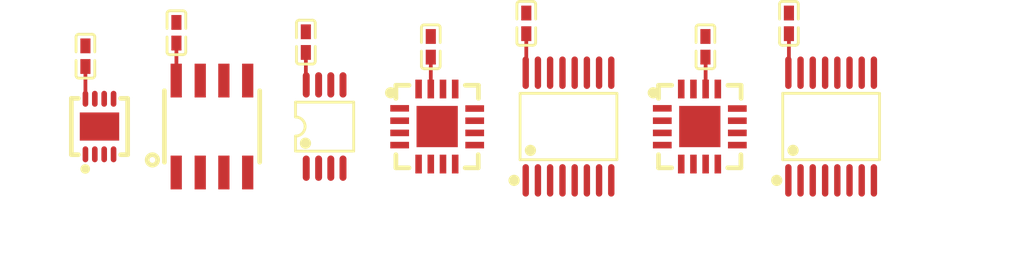
<source format=kicad_pcb>
(kicad_pcb (version 20241229) (generator "pcbnew") (generator_version "9.0")
  (layers (0 "F.Cu" signal) (2 "B.Cu" signal) (13 "F.Paste" user) (15 "B.Paste" user) (5 "F.SilkS" user "F.Silkscreen") (7 "B.SilkS" user "B.Silkscreen") (1 "F.Mask" user) (3 "B.Mask" user) (25 "Edge.Cuts" user))
  (net 0 "")
  (net 1 "gnd")
  (net 2 "io[1]-3")
  (net 3 "io[3]-3")
  (net 4 "io[4]-3")
  (net 5 "io[1]-2")
  (net 6 "io[4]-2")
  (net 7 "io[5]-2")
  (net 8 "io[0]-5")
  (net 9 "io[7]")
  (net 10 "io[3]-4")
  (net 11 "io[7]-3")
  (net 12 "io[3]-6")
  (net 13 "io[2]")
  (net 14 "io[6]-3")
  (net 15 "io[3]-1")
  (net 16 "io[6]-2")
  (net 17 "scl")
  (net 18 "io[1]-4")
  (net 19 "io[5]-1")
  (net 20 "io[3]")
  (net 21 "io[1]")
  (net 22 "io[6]")
  (net 23 "io[4]-1")
  (net 24 "io[0]-4")
  (net 25 "io[3]-2")
  (net 26 "io[2]-4")
  (net 27 "io[7]-2")
  (net 28 "io[5]")
  (net 29 "io[0]")
  (net 30 "io[0]-6")
  (net 31 "io[2]-3")
  (net 32 "io[2]-6")
  (net 33 "io[1]-5")
  (net 34 "io[3]-5")
  (net 35 "io[6]-1")
  (net 36 "io[1]-1")
  (net 37 "interrupt-1")
  (net 38 "interrupt-2")
  (net 39 "io[4]")
  (net 40 "io[2]-2")
  (net 41 "sda")
  (net 42 "io[7]-1")
  (net 43 "io[0]-1")
  (net 44 "io[1]-6")
  (net 45 "interrupt")
  (net 46 "io[5]-3")
  (net 47 "io[2]-1")
  (net 48 "io[0]-2")
  (net 49 "io[0]-3")
  (net 50 "io[2]-5")
  (net 51 "interrupt-3")
  (net 52 "vdd")
  (footprint "NXP_Semicon_PCA9554APW_118:TSSOP-16_L5.0-W4.4-P0.65-LS6.4-BL" (layer "F.Cu") (at 39 0 0)
    (property "Reference" "U7" (hide yes))
    (property "Value" "")
    (fp_line (start -2.58 1.77) (end -2.58 -1.77) (stroke (width 0.15)) (layer "F.SilkS"))
    (fp_line (start -2.58 -1.77) (end 2.58 -1.77) (stroke (width 0.15)) (layer "F.SilkS"))
    (fp_line (start 2.58 -1.77) (end 2.58 1.77) (stroke (width 0.15)) (layer "F.SilkS"))
    (fp_line (start 2.58 1.77) (end -2.58 1.77) (stroke (width 0.15)) (layer "F.SilkS"))
    (fp_circle (center -2.03 1.27) (end -1.88 1.27) (stroke (width 0.3)) (fill no) (layer "F.SilkS"))
    (fp_circle (center -2.9 2.87) (end -2.75 2.87) (stroke (width 0.3)) (fill no) (layer "F.SilkS"))
    (pad "1" smd oval (at -2.28 2.87 0) (size 0.34 1.73) (layers "F.Cu" "F.Paste" "F.Mask") (net 1 "gnd"))
    (pad "2" smd oval (at -1.63 2.87 0) (size 0.34 1.73) (layers "F.Cu" "F.Paste" "F.Mask") (net 1 "gnd"))
    (pad "3" smd oval (at -0.98 2.87 0) (size 0.34 1.73) (layers "F.Cu" "F.Paste" "F.Mask") (net 1 "gnd"))
    (pad "4" smd oval (at -0.32 2.87 0) (size 0.34 1.73) (layers "F.Cu" "F.Paste" "F.Mask") (net 8 "io[0]-5"))
    (pad "5" smd oval (at 0.33 2.87 0) (size 0.34 1.73) (layers "F.Cu" "F.Paste" "F.Mask") (net 36 "io[1]-1"))
    (pad "6" smd oval (at 0.98 2.87 0) (size 0.34 1.73) (layers "F.Cu" "F.Paste" "F.Mask") (net 26 "io[2]-4"))
    (pad "7" smd oval (at 1.63 2.87 0) (size 0.34 1.73) (layers "F.Cu" "F.Paste" "F.Mask") (net 12 "io[3]-6"))
    (pad "8" smd oval (at 2.28 2.87 0) (size 0.34 1.73) (layers "F.Cu" "F.Paste" "F.Mask") (net 1 "gnd"))
    (pad "16" smd oval (at -2.28 -2.87 0) (size 0.34 1.73) (layers "F.Cu" "F.Paste" "F.Mask") (net 52 "vdd"))
    (pad "15" smd oval (at -1.63 -2.87 0) (size 0.34 1.73) (layers "F.Cu" "F.Paste" "F.Mask") (net 41 "sda"))
    (pad "14" smd oval (at -0.98 -2.87 0) (size 0.34 1.73) (layers "F.Cu" "F.Paste" "F.Mask") (net 17 "scl"))
    (pad "13" smd oval (at -0.32 -2.87 0) (size 0.34 1.73) (layers "F.Cu" "F.Paste" "F.Mask") (net 38 "interrupt-2"))
    (pad "12" smd oval (at 0.33 -2.87 0) (size 0.34 1.73) (layers "F.Cu" "F.Paste" "F.Mask") (net 11 "io[7]-3"))
    (pad "11" smd oval (at 0.98 -2.87 0) (size 0.34 1.73) (layers "F.Cu" "F.Paste" "F.Mask") (net 16 "io[6]-2"))
    (pad "10" smd oval (at 1.63 -2.87 0) (size 0.34 1.73) (layers "F.Cu" "F.Paste" "F.Mask") (net 19 "io[5]-1"))
    (pad "9" smd oval (at 2.28 -2.87 0) (size 0.34 1.73) (layers "F.Cu" "F.Paste" "F.Mask") (net 23 "io[4]-1"))
  )
  (footprint "Samsung_Electro_Mechanics_CL05B104KO5NNNC:C0402" (layer "F.Cu") (at -0.75 -3.75 90)
    (property "Reference" "C1" (hide yes))
    (property "Value" "100nF ±10% 16V X7R")
    (fp_line (start 1.02 -0.5) (end 0.23 -0.5) (stroke (width 0.15)) (layer "F.SilkS"))
    (fp_line (start 0.23 0.5) (end 1.02 0.5) (stroke (width 0.15)) (layer "F.SilkS"))
    (fp_line (start 1.17 0.35) (end 1.17 -0.35) (stroke (width 0.15)) (layer "F.SilkS"))
    (fp_line (start -1.02 -0.5) (end -0.23 -0.5) (stroke (width 0.15)) (layer "F.SilkS"))
    (fp_line (start -0.23 0.5) (end -1.02 0.5) (stroke (width 0.15)) (layer "F.SilkS"))
    (fp_line (start -1.17 0.35) (end -1.17 -0.35) (stroke (width 0.15)) (layer "F.SilkS"))
    (fp_arc (start 1.17 0.35) (mid 1.1260660171779822 0.456066017177982) (end 1.02 0.4999999999999999) (stroke (width 0.15)) (layer "F.SilkS"))
    (fp_arc (start 1.02 -0.5) (mid 1.1260660171779822 -0.4560660171779821) (end 1.17 -0.35) (stroke (width 0.15)) (layer "F.SilkS"))
    (fp_arc (start -1.17 0.35) (mid -1.1260660171779822 0.456066017177982) (end -1.02 0.4999999999999999) (stroke (width 0.15)) (layer "F.SilkS"))
    (fp_arc (start -1.02 -0.5) (mid -1.1260660171779822 -0.4560660171779821) (end -1.17 -0.35) (stroke (width 0.15)) (layer "F.SilkS"))
    (pad "2" smd rect (at 0.55 0 90) (size 0.79 0.54) (layers "F.Cu" "F.Paste" "F.Mask") (net 1 "gnd"))
    (pad "1" smd rect (at -0.55 0 90) (size 0.79 0.54) (layers "F.Cu" "F.Paste" "F.Mask") (net 52 "vdd"))
  )
  (footprint "NXP_Semicon_PCA9536TK_118:HVSON-8_L3.0-W3.0-P0.50-BL-EP" (layer "F.Cu") (at 0 0 0)
    (property "Reference" "U1" (hide yes))
    (property "Value" "")
    (fp_line (start 1.5 -1.5) (end 1.5 1.5) (stroke (width 0.25)) (layer "F.SilkS"))
    (fp_line (start -1.5 1.5) (end -1.5 -1.5) (stroke (width 0.25)) (layer "F.SilkS"))
    (fp_line (start -1.5 -1.5) (end -1.13 -1.5) (stroke (width 0.25)) (layer "F.SilkS"))
    (fp_line (start 1.13 -1.5) (end 1.5 -1.5) (stroke (width 0.25)) (layer "F.SilkS"))
    (fp_line (start -1.5 1.5) (end -1.13 1.5) (stroke (width 0.25)) (layer "F.SilkS"))
    (fp_line (start 1.13 1.5) (end 1.5 1.5) (stroke (width 0.25)) (layer "F.SilkS"))
    (fp_circle (center -0.76 2.26) (end -0.63 2.26) (stroke (width 0.25)) (fill no) (layer "F.SilkS"))
    (pad "1" smd oval (at -0.75 1.48 0) (size 0.3 0.85) (layers "F.Cu" "F.Paste" "F.Mask") (net 24 "io[0]-4"))
    (pad "2" smd oval (at -0.25 1.48 0) (size 0.3 0.85) (layers "F.Cu" "F.Paste" "F.Mask") (net 44 "io[1]-6"))
    (pad "3" smd oval (at 0.25 1.48 0) (size 0.3 0.85) (layers "F.Cu" "F.Paste" "F.Mask") (net 13 "io[2]"))
    (pad "4" smd oval (at 0.75 1.48 0) (size 0.3 0.85) (layers "F.Cu" "F.Paste" "F.Mask") (net 1 "gnd"))
    (pad "5" smd oval (at 0.75 -1.48 180) (size 0.3 0.85) (layers "F.Cu" "F.Paste" "F.Mask") (net 20 "io[3]"))
    (pad "6" smd oval (at 0.25 -1.48 180) (size 0.3 0.85) (layers "F.Cu" "F.Paste" "F.Mask") (net 17 "scl"))
    (pad "7" smd oval (at -0.25 -1.48 180) (size 0.3 0.85) (layers "F.Cu" "F.Paste" "F.Mask") (net 41 "sda"))
    (pad "8" smd oval (at -0.75 -1.48 180) (size 0.3 0.85) (layers "F.Cu" "F.Paste" "F.Mask") (net 52 "vdd"))
    (pad "9" smd rect (at 0 0 0) (size 2.1 1.5) (layers "F.Cu" "F.Paste" "F.Mask") (net 1 "gnd"))
  )
  (footprint "NXP_Semicon_PCA9536DP_118:TSSOP-8_L3.0-W3.0-P0.65-LS4.9-BL" (layer "F.Cu") (at 12 0 0)
    (property "Reference" "U3" (hide yes))
    (property "Value" "")
    (fp_line (start 1.55 -1.3) (end 1.55 1.31) (stroke (width 0.15)) (layer "F.SilkS"))
    (fp_line (start -1.55 0.51) (end -1.55 1.31) (stroke (width 0.15)) (layer "F.SilkS"))
    (fp_line (start -1.55 -1.3) (end -1.55 -0.51) (stroke (width 0.15)) (layer "F.SilkS"))
    (fp_line (start -1.55 1.31) (end 1.55 1.31) (stroke (width 0.15)) (layer "F.SilkS"))
    (fp_line (start -1.55 -1.3) (end 1.55 -1.3) (stroke (width 0.15)) (layer "F.SilkS"))
    (fp_arc (start -1.55 -0.51) (mid -1.04 -3.1228493378257505e-17) (end -1.55 0.51) (stroke (width 0.15)) (layer "F.SilkS"))
    (fp_circle (center -1.02 0.89) (end -0.87 0.89) (stroke (width 0.3)) (fill no) (layer "F.SilkS"))
    (pad "1" smd oval (at -0.98 2.22 0) (size 0.37 1.35) (layers "F.Cu" "F.Paste" "F.Mask") (net 48 "io[0]-2"))
    (pad "2" smd oval (at -0.32 2.22 0) (size 0.37 1.35) (layers "F.Cu" "F.Paste" "F.Mask") (net 2 "io[1]-3"))
    (pad "3" smd oval (at 0.33 2.22 0) (size 0.37 1.35) (layers "F.Cu" "F.Paste" "F.Mask") (net 50 "io[2]-5"))
    (pad "4" smd oval (at 0.98 2.22 0) (size 0.37 1.35) (layers "F.Cu" "F.Paste" "F.Mask") (net 1 "gnd"))
    (pad "8" smd oval (at -0.98 -2.22 0) (size 0.37 1.35) (layers "F.Cu" "F.Paste" "F.Mask") (net 52 "vdd"))
    (pad "7" smd oval (at -0.32 -2.22 0) (size 0.37 1.35) (layers "F.Cu" "F.Paste" "F.Mask") (net 41 "sda"))
    (pad "6" smd oval (at 0.33 -2.22 0) (size 0.37 1.35) (layers "F.Cu" "F.Paste" "F.Mask") (net 17 "scl"))
    (pad "5" smd oval (at 0.98 -2.22 0) (size 0.37 1.35) (layers "F.Cu" "F.Paste" "F.Mask") (net 3 "io[3]-3"))
  )
  (footprint "Samsung_Electro_Mechanics_CL05B104KO5NNNC:C0402" (layer "F.Cu") (at 4.1 -5 90)
    (property "Reference" "C2" (hide yes))
    (property "Value" "100nF ±10% 16V X7R")
    (fp_line (start 1.02 -0.5) (end 0.23 -0.5) (stroke (width 0.15)) (layer "F.SilkS"))
    (fp_line (start 0.23 0.5) (end 1.02 0.5) (stroke (width 0.15)) (layer "F.SilkS"))
    (fp_line (start 1.17 0.35) (end 1.17 -0.35) (stroke (width 0.15)) (layer "F.SilkS"))
    (fp_line (start -1.02 -0.5) (end -0.23 -0.5) (stroke (width 0.15)) (layer "F.SilkS"))
    (fp_line (start -0.23 0.5) (end -1.02 0.5) (stroke (width 0.15)) (layer "F.SilkS"))
    (fp_line (start -1.17 0.35) (end -1.17 -0.35) (stroke (width 0.15)) (layer "F.SilkS"))
    (fp_arc (start 1.17 0.35) (mid 1.1260660171779822 0.456066017177982) (end 1.02 0.4999999999999999) (stroke (width 0.15)) (layer "F.SilkS"))
    (fp_arc (start 1.02 -0.5) (mid 1.1260660171779822 -0.4560660171779821) (end 1.17 -0.35) (stroke (width 0.15)) (layer "F.SilkS"))
    (fp_arc (start -1.17 0.35) (mid -1.1260660171779822 0.456066017177982) (end -1.02 0.4999999999999999) (stroke (width 0.15)) (layer "F.SilkS"))
    (fp_arc (start -1.02 -0.5) (mid -1.1260660171779822 -0.4560660171779821) (end -1.17 -0.35) (stroke (width 0.15)) (layer "F.SilkS"))
    (pad "2" smd rect (at 0.55 0 90) (size 0.79 0.54) (layers "F.Cu" "F.Paste" "F.Mask") (net 1 "gnd"))
    (pad "1" smd rect (at -0.55 0 90) (size 0.79 0.54) (layers "F.Cu" "F.Paste" "F.Mask") (net 52 "vdd"))
  )
  (footprint "Samsung_Electro_Mechanics_CL05B104KO5NNNC:C0402" (layer "F.Cu") (at 36.75 -5.5 90)
    (property "Reference" "C7" (hide yes))
    (property "Value" "100nF ±10% 16V X7R")
    (fp_line (start 1.02 -0.5) (end 0.23 -0.5) (stroke (width 0.15)) (layer "F.SilkS"))
    (fp_line (start 0.23 0.5) (end 1.02 0.5) (stroke (width 0.15)) (layer "F.SilkS"))
    (fp_line (start 1.17 0.35) (end 1.17 -0.35) (stroke (width 0.15)) (layer "F.SilkS"))
    (fp_line (start -1.02 -0.5) (end -0.23 -0.5) (stroke (width 0.15)) (layer "F.SilkS"))
    (fp_line (start -0.23 0.5) (end -1.02 0.5) (stroke (width 0.15)) (layer "F.SilkS"))
    (fp_line (start -1.17 0.35) (end -1.17 -0.35) (stroke (width 0.15)) (layer "F.SilkS"))
    (fp_arc (start 1.17 0.35) (mid 1.1260660171779822 0.456066017177982) (end 1.02 0.4999999999999999) (stroke (width 0.15)) (layer "F.SilkS"))
    (fp_arc (start 1.02 -0.5) (mid 1.1260660171779822 -0.4560660171779821) (end 1.17 -0.35) (stroke (width 0.15)) (layer "F.SilkS"))
    (fp_arc (start -1.17 0.35) (mid -1.1260660171779822 0.456066017177982) (end -1.02 0.4999999999999999) (stroke (width 0.15)) (layer "F.SilkS"))
    (fp_arc (start -1.02 -0.5) (mid -1.1260660171779822 -0.4560660171779821) (end -1.17 -0.35) (stroke (width 0.15)) (layer "F.SilkS"))
    (pad "2" smd rect (at 0.55 0 90) (size 0.79 0.54) (layers "F.Cu" "F.Paste" "F.Mask") (net 1 "gnd"))
    (pad "1" smd rect (at -0.55 0 90) (size 0.79 0.54) (layers "F.Cu" "F.Paste" "F.Mask") (net 52 "vdd"))
  )
  (footprint "Samsung_Electro_Mechanics_CL05B104KO5NNNC:C0402" (layer "F.Cu") (at 17.66 -4.25 90)
    (property "Reference" "C4" (hide yes))
    (property "Value" "100nF ±10% 16V X7R")
    (fp_line (start 1.02 -0.5) (end 0.23 -0.5) (stroke (width 0.15)) (layer "F.SilkS"))
    (fp_line (start 0.23 0.5) (end 1.02 0.5) (stroke (width 0.15)) (layer "F.SilkS"))
    (fp_line (start 1.17 0.35) (end 1.17 -0.35) (stroke (width 0.15)) (layer "F.SilkS"))
    (fp_line (start -1.02 -0.5) (end -0.23 -0.5) (stroke (width 0.15)) (layer "F.SilkS"))
    (fp_line (start -0.23 0.5) (end -1.02 0.5) (stroke (width 0.15)) (layer "F.SilkS"))
    (fp_line (start -1.17 0.35) (end -1.17 -0.35) (stroke (width 0.15)) (layer "F.SilkS"))
    (fp_arc (start 1.17 0.35) (mid 1.1260660171779822 0.456066017177982) (end 1.02 0.4999999999999999) (stroke (width 0.15)) (layer "F.SilkS"))
    (fp_arc (start 1.02 -0.5) (mid 1.1260660171779822 -0.4560660171779821) (end 1.17 -0.35) (stroke (width 0.15)) (layer "F.SilkS"))
    (fp_arc (start -1.17 0.35) (mid -1.1260660171779822 0.456066017177982) (end -1.02 0.4999999999999999) (stroke (width 0.15)) (layer "F.SilkS"))
    (fp_arc (start -1.02 -0.5) (mid -1.1260660171779822 -0.4560660171779821) (end -1.17 -0.35) (stroke (width 0.15)) (layer "F.SilkS"))
    (pad "2" smd rect (at 0.55 0 90) (size 0.79 0.54) (layers "F.Cu" "F.Paste" "F.Mask") (net 1 "gnd"))
    (pad "1" smd rect (at -0.55 0 90) (size 0.79 0.54) (layers "F.Cu" "F.Paste" "F.Mask") (net 52 "vdd"))
  )
  (footprint "Samsung_Electro_Mechanics_CL05B104KO5NNNC:C0402" (layer "F.Cu") (at 11 -4.5 90)
    (property "Reference" "C3" (hide yes))
    (property "Value" "100nF ±10% 16V X7R")
    (fp_line (start 1.02 -0.5) (end 0.23 -0.5) (stroke (width 0.15)) (layer "F.SilkS"))
    (fp_line (start 0.23 0.5) (end 1.02 0.5) (stroke (width 0.15)) (layer "F.SilkS"))
    (fp_line (start 1.17 0.35) (end 1.17 -0.35) (stroke (width 0.15)) (layer "F.SilkS"))
    (fp_line (start -1.02 -0.5) (end -0.23 -0.5) (stroke (width 0.15)) (layer "F.SilkS"))
    (fp_line (start -0.23 0.5) (end -1.02 0.5) (stroke (width 0.15)) (layer "F.SilkS"))
    (fp_line (start -1.17 0.35) (end -1.17 -0.35) (stroke (width 0.15)) (layer "F.SilkS"))
    (fp_arc (start 1.17 0.35) (mid 1.1260660171779822 0.456066017177982) (end 1.02 0.4999999999999999) (stroke (width 0.15)) (layer "F.SilkS"))
    (fp_arc (start 1.02 -0.5) (mid 1.1260660171779822 -0.4560660171779821) (end 1.17 -0.35) (stroke (width 0.15)) (layer "F.SilkS"))
    (fp_arc (start -1.17 0.35) (mid -1.1260660171779822 0.456066017177982) (end -1.02 0.4999999999999999) (stroke (width 0.15)) (layer "F.SilkS"))
    (fp_arc (start -1.02 -0.5) (mid -1.1260660171779822 -0.4560660171779821) (end -1.17 -0.35) (stroke (width 0.15)) (layer "F.SilkS"))
    (pad "2" smd rect (at 0.55 0 90) (size 0.79 0.54) (layers "F.Cu" "F.Paste" "F.Mask") (net 1 "gnd"))
    (pad "1" smd rect (at -0.55 0 90) (size 0.79 0.54) (layers "F.Cu" "F.Paste" "F.Mask") (net 52 "vdd"))
  )
  (footprint "Samsung_Electro_Mechanics_CL05B104KO5NNNC:C0402" (layer "F.Cu") (at 22.75 -5.5 90)
    (property "Reference" "C5" (hide yes))
    (property "Value" "100nF ±10% 16V X7R")
    (fp_line (start 1.02 -0.5) (end 0.23 -0.5) (stroke (width 0.15)) (layer "F.SilkS"))
    (fp_line (start 0.23 0.5) (end 1.02 0.5) (stroke (width 0.15)) (layer "F.SilkS"))
    (fp_line (start 1.17 0.35) (end 1.17 -0.35) (stroke (width 0.15)) (layer "F.SilkS"))
    (fp_line (start -1.02 -0.5) (end -0.23 -0.5) (stroke (width 0.15)) (layer "F.SilkS"))
    (fp_line (start -0.23 0.5) (end -1.02 0.5) (stroke (width 0.15)) (layer "F.SilkS"))
    (fp_line (start -1.17 0.35) (end -1.17 -0.35) (stroke (width 0.15)) (layer "F.SilkS"))
    (fp_arc (start 1.17 0.35) (mid 1.1260660171779822 0.456066017177982) (end 1.02 0.4999999999999999) (stroke (width 0.15)) (layer "F.SilkS"))
    (fp_arc (start 1.02 -0.5) (mid 1.1260660171779822 -0.4560660171779821) (end 1.17 -0.35) (stroke (width 0.15)) (layer "F.SilkS"))
    (fp_arc (start -1.17 0.35) (mid -1.1260660171779822 0.456066017177982) (end -1.02 0.4999999999999999) (stroke (width 0.15)) (layer "F.SilkS"))
    (fp_arc (start -1.02 -0.5) (mid -1.1260660171779822 -0.4560660171779821) (end -1.17 -0.35) (stroke (width 0.15)) (layer "F.SilkS"))
    (pad "2" smd rect (at 0.55 0 90) (size 0.79 0.54) (layers "F.Cu" "F.Paste" "F.Mask") (net 1 "gnd"))
    (pad "1" smd rect (at -0.55 0 90) (size 0.79 0.54) (layers "F.Cu" "F.Paste" "F.Mask") (net 52 "vdd"))
  )
  (footprint "NXP_Semicon_PCA9554ABS_118:HVQFN-16_L4.0-W4.0-P0.65-TL-EP2.2" (layer "F.Cu") (at 32 0 0)
    (property "Reference" "U6" (hide yes))
    (property "Value" "")
    (fp_line (start -2.2 -1.5) (end -2.2 -2.2) (stroke (width 0.25)) (layer "F.SilkS"))
    (fp_line (start -2.2 -2.2) (end -1.5 -2.2) (stroke (width 0.25)) (layer "F.SilkS"))
    (fp_line (start 2.2 -1.5) (end 2.2 -2.2) (stroke (width 0.25)) (layer "F.SilkS"))
    (fp_line (start 2.2 -2.2) (end 1.5 -2.2) (stroke (width 0.25)) (layer "F.SilkS"))
    (fp_line (start -2.2 1.5) (end -2.2 2.2) (stroke (width 0.25)) (layer "F.SilkS"))
    (fp_line (start -2.2 2.2) (end -1.5 2.2) (stroke (width 0.25)) (layer "F.SilkS"))
    (fp_line (start 1.49 2.2) (end 2.19 2.2) (stroke (width 0.25)) (layer "F.SilkS"))
    (fp_line (start 2.19 2.2) (end 2.19 1.5) (stroke (width 0.25)) (layer "F.SilkS"))
    (fp_arc (start -2.48 -1.8) (mid -2.48 -1.8) (end -2.48 -1.8) (stroke (width 0.3)) (layer "F.SilkS"))
    (pad "16" smd rect (at -0.99 -2 0) (size 0.35 1) (layers "F.Cu" "F.Paste" "F.Mask") (net 1 "gnd"))
    (pad "15" smd rect (at -0.34 -2 0) (size 0.35 1) (layers "F.Cu" "F.Paste" "F.Mask") (net 52 "vdd"))
    (pad "14" smd rect (at 0.31 -2 0) (size 0.35 1) (layers "F.Cu" "F.Paste" "F.Mask") (net 52 "vdd"))
    (pad "13" smd rect (at 0.96 -2 0) (size 0.35 1) (layers "F.Cu" "F.Paste" "F.Mask") (net 41 "sda"))
    (pad "5" smd rect (at -0.99 2 0) (size 0.35 1) (layers "F.Cu" "F.Paste" "F.Mask") (net 34 "io[3]-5"))
    (pad "6" smd rect (at -0.34 2 0) (size 0.35 1) (layers "F.Cu" "F.Paste" "F.Mask") (net 1 "gnd"))
    (pad "7" smd rect (at 0.31 2 0) (size 0.35 1) (layers "F.Cu" "F.Paste" "F.Mask") (net 39 "io[4]"))
    (pad "8" smd rect (at 0.96 2 0) (size 0.35 1) (layers "F.Cu" "F.Paste" "F.Mask") (net 28 "io[5]"))
    (pad "1" smd rect (at -2 -0.97 -90) (size 0.35 1) (layers "F.Cu" "F.Paste" "F.Mask") (net 1 "gnd"))
    (pad "2" smd rect (at -2 -0.31 -90) (size 0.35 1) (layers "F.Cu" "F.Paste" "F.Mask") (net 49 "io[0]-3"))
    (pad "3" smd rect (at -2 0.34 -90) (size 0.35 1) (layers "F.Cu" "F.Paste" "F.Mask") (net 18 "io[1]-4"))
    (pad "4" smd rect (at -2 0.99 -90) (size 0.35 1) (layers "F.Cu" "F.Paste" "F.Mask") (net 31 "io[2]-3"))
    (pad "9" smd rect (at 2 0.99 -90) (size 0.35 1) (layers "F.Cu" "F.Paste" "F.Mask") (net 22 "io[6]"))
    (pad "10" smd rect (at 2 0.34 -90) (size 0.35 1) (layers "F.Cu" "F.Paste" "F.Mask") (net 42 "io[7]-1"))
    (pad "11" smd rect (at 2 -0.31 -90) (size 0.35 1) (layers "F.Cu" "F.Paste" "F.Mask") (net 51 "interrupt-3"))
    (pad "12" smd rect (at 2 -0.96 -90) (size 0.35 1) (layers "F.Cu" "F.Paste" "F.Mask") (net 17 "scl"))
    (pad "17" smd rect (at 0 0 0) (size 2.2 2.2) (layers "F.Cu" "F.Paste" "F.Mask") (net 1 "gnd"))
  )
  (footprint "NXP_Semicon_PCA9536D_118:SO-8_L4.9-W3.9-P1.27-LS6.0-BL" (layer "F.Cu") (at 6 0 0)
    (property "Reference" "U2" (hide yes))
    (property "Value" "")
    (fp_line (start -2.54 -1.91) (end -2.54 1.9) (stroke (width 0.25)) (layer "F.SilkS"))
    (fp_line (start 2.54 -1.91) (end 2.54 1.9) (stroke (width 0.25)) (layer "F.SilkS"))
    (fp_circle (center -3.18 1.78) (end -2.9 1.78) (stroke (width 0.25)) (fill no) (layer "F.SilkS"))
    (pad "3" smd rect (at 0.63 2.45 0) (size 0.6 1.8) (layers "F.Cu" "F.Paste" "F.Mask") (net 40 "io[2]-2"))
    (pad "4" smd rect (at 1.9 2.45 0) (size 0.6 1.8) (layers "F.Cu" "F.Paste" "F.Mask") (net 1 "gnd"))
    (pad "2" smd rect (at -0.63 2.45 0) (size 0.6 1.8) (layers "F.Cu" "F.Paste" "F.Mask") (net 33 "io[1]-5"))
    (pad "1" smd rect (at -1.91 2.45 0) (size 0.6 1.8) (layers "F.Cu" "F.Paste" "F.Mask") (net 43 "io[0]-1"))
    (pad "5" smd rect (at 1.9 -2.45 180) (size 0.6 1.8) (layers "F.Cu" "F.Paste" "F.Mask") (net 15 "io[3]-1"))
    (pad "6" smd rect (at 0.63 -2.45 180) (size 0.6 1.8) (layers "F.Cu" "F.Paste" "F.Mask") (net 17 "scl"))
    (pad "7" smd rect (at -0.63 -2.45 180) (size 0.6 1.8) (layers "F.Cu" "F.Paste" "F.Mask") (net 41 "sda"))
    (pad "8" smd rect (at -1.91 -2.45 180) (size 0.6 1.8) (layers "F.Cu" "F.Paste" "F.Mask") (net 52 "vdd"))
  )
  (footprint "NXP_Semicon_PCA9554PW_118:TSSOP-16_L5.0-W4.4-P0.65-LS6.4-BL" (layer "F.Cu") (at 25 0 0)
    (property "Reference" "U5" (hide yes))
    (property "Value" "")
    (fp_line (start -2.58 1.77) (end -2.58 -1.77) (stroke (width 0.15)) (layer "F.SilkS"))
    (fp_line (start -2.58 -1.77) (end 2.58 -1.77) (stroke (width 0.15)) (layer "F.SilkS"))
    (fp_line (start 2.58 -1.77) (end 2.58 1.77) (stroke (width 0.15)) (layer "F.SilkS"))
    (fp_line (start 2.58 1.77) (end -2.58 1.77) (stroke (width 0.15)) (layer "F.SilkS"))
    (fp_circle (center -2.03 1.27) (end -1.88 1.27) (stroke (width 0.3)) (fill no) (layer "F.SilkS"))
    (fp_circle (center -2.9 2.87) (end -2.75 2.87) (stroke (width 0.3)) (fill no) (layer "F.SilkS"))
    (pad "1" smd oval (at -2.28 2.87 0) (size 0.34 1.73) (layers "F.Cu" "F.Paste" "F.Mask") (net 1 "gnd"))
    (pad "2" smd oval (at -1.63 2.87 0) (size 0.34 1.73) (layers "F.Cu" "F.Paste" "F.Mask") (net 1 "gnd"))
    (pad "3" smd oval (at -0.98 2.87 0) (size 0.34 1.73) (layers "F.Cu" "F.Paste" "F.Mask") (net 1 "gnd"))
    (pad "4" smd oval (at -0.32 2.87 0) (size 0.34 1.73) (layers "F.Cu" "F.Paste" "F.Mask") (net 30 "io[0]-6"))
    (pad "5" smd oval (at 0.33 2.87 0) (size 0.34 1.73) (layers "F.Cu" "F.Paste" "F.Mask") (net 5 "io[1]-2"))
    (pad "6" smd oval (at 0.98 2.87 0) (size 0.34 1.73) (layers "F.Cu" "F.Paste" "F.Mask") (net 32 "io[2]-6"))
    (pad "7" smd oval (at 1.63 2.87 0) (size 0.34 1.73) (layers "F.Cu" "F.Paste" "F.Mask") (net 10 "io[3]-4"))
    (pad "8" smd oval (at 2.28 2.87 0) (size 0.34 1.73) (layers "F.Cu" "F.Paste" "F.Mask") (net 1 "gnd"))
    (pad "16" smd oval (at -2.28 -2.87 0) (size 0.34 1.73) (layers "F.Cu" "F.Paste" "F.Mask") (net 52 "vdd"))
    (pad "15" smd oval (at -1.63 -2.87 0) (size 0.34 1.73) (layers "F.Cu" "F.Paste" "F.Mask") (net 41 "sda"))
    (pad "14" smd oval (at -0.98 -2.87 0) (size 0.34 1.73) (layers "F.Cu" "F.Paste" "F.Mask") (net 17 "scl"))
    (pad "13" smd oval (at -0.32 -2.87 0) (size 0.34 1.73) (layers "F.Cu" "F.Paste" "F.Mask") (net 37 "interrupt-1"))
    (pad "12" smd oval (at 0.33 -2.87 0) (size 0.34 1.73) (layers "F.Cu" "F.Paste" "F.Mask") (net 27 "io[7]-2"))
    (pad "11" smd oval (at 0.98 -2.87 0) (size 0.34 1.73) (layers "F.Cu" "F.Paste" "F.Mask") (net 14 "io[6]-3"))
    (pad "10" smd oval (at 1.63 -2.87 0) (size 0.34 1.73) (layers "F.Cu" "F.Paste" "F.Mask") (net 7 "io[5]-2"))
    (pad "9" smd oval (at 2.28 -2.87 0) (size 0.34 1.73) (layers "F.Cu" "F.Paste" "F.Mask") (net 4 "io[4]-3"))
  )
  (footprint "Samsung_Electro_Mechanics_CL05B104KO5NNNC:C0402" (layer "F.Cu") (at 32.3 -4.25 90)
    (property "Reference" "C6" (hide yes))
    (property "Value" "100nF ±10% 16V X7R")
    (fp_line (start 1.02 -0.5) (end 0.23 -0.5) (stroke (width 0.15)) (layer "F.SilkS"))
    (fp_line (start 0.23 0.5) (end 1.02 0.5) (stroke (width 0.15)) (layer "F.SilkS"))
    (fp_line (start 1.17 0.35) (end 1.17 -0.35) (stroke (width 0.15)) (layer "F.SilkS"))
    (fp_line (start -1.02 -0.5) (end -0.23 -0.5) (stroke (width 0.15)) (layer "F.SilkS"))
    (fp_line (start -0.23 0.5) (end -1.02 0.5) (stroke (width 0.15)) (layer "F.SilkS"))
    (fp_line (start -1.17 0.35) (end -1.17 -0.35) (stroke (width 0.15)) (layer "F.SilkS"))
    (fp_arc (start 1.17 0.35) (mid 1.1260660171779822 0.456066017177982) (end 1.02 0.4999999999999999) (stroke (width 0.15)) (layer "F.SilkS"))
    (fp_arc (start 1.02 -0.5) (mid 1.1260660171779822 -0.4560660171779821) (end 1.17 -0.35) (stroke (width 0.15)) (layer "F.SilkS"))
    (fp_arc (start -1.17 0.35) (mid -1.1260660171779822 0.456066017177982) (end -1.02 0.4999999999999999) (stroke (width 0.15)) (layer "F.SilkS"))
    (fp_arc (start -1.02 -0.5) (mid -1.1260660171779822 -0.4560660171779821) (end -1.17 -0.35) (stroke (width 0.15)) (layer "F.SilkS"))
    (pad "2" smd rect (at 0.55 0 90) (size 0.79 0.54) (layers "F.Cu" "F.Paste" "F.Mask") (net 1 "gnd"))
    (pad "1" smd rect (at -0.55 0 90) (size 0.79 0.54) (layers "F.Cu" "F.Paste" "F.Mask") (net 52 "vdd"))
  )
  (footprint "NXP_Semicon_PCA9554BS_118:HVQFN-16_L4.0-W4.0-P0.65-TL-EP2.2" (layer "F.Cu") (at 18 0 0)
    (property "Reference" "U4" (hide yes))
    (property "Value" "")
    (fp_line (start -2.2 -1.5) (end -2.2 -2.2) (stroke (width 0.25)) (layer "F.SilkS"))
    (fp_line (start -2.2 -2.2) (end -1.5 -2.2) (stroke (width 0.25)) (layer "F.SilkS"))
    (fp_line (start 2.2 -1.5) (end 2.2 -2.2) (stroke (width 0.25)) (layer "F.SilkS"))
    (fp_line (start 2.2 -2.2) (end 1.5 -2.2) (stroke (width 0.25)) (layer "F.SilkS"))
    (fp_line (start -2.2 1.5) (end -2.2 2.2) (stroke (width 0.25)) (layer "F.SilkS"))
    (fp_line (start -2.2 2.2) (end -1.5 2.2) (stroke (width 0.25)) (layer "F.SilkS"))
    (fp_line (start 1.49 2.2) (end 2.19 2.2) (stroke (width 0.25)) (layer "F.SilkS"))
    (fp_line (start 2.19 2.2) (end 2.19 1.5) (stroke (width 0.25)) (layer "F.SilkS"))
    (fp_arc (start -2.48 -1.8) (mid -2.48 -1.8) (end -2.48 -1.8) (stroke (width 0.3)) (layer "F.SilkS"))
    (pad "16" smd rect (at -0.99 -2 0) (size 0.35 1) (layers "F.Cu" "F.Paste" "F.Mask") (net 1 "gnd"))
    (pad "15" smd rect (at -0.34 -2 0) (size 0.35 1) (layers "F.Cu" "F.Paste" "F.Mask") (net 52 "vdd"))
    (pad "14" smd rect (at 0.31 -2 0) (size 0.35 1) (layers "F.Cu" "F.Paste" "F.Mask") (net 52 "vdd"))
    (pad "13" smd rect (at 0.96 -2 0) (size 0.35 1) (layers "F.Cu" "F.Paste" "F.Mask") (net 41 "sda"))
    (pad "5" smd rect (at -0.99 2 0) (size 0.35 1) (layers "F.Cu" "F.Paste" "F.Mask") (net 25 "io[3]-2"))
    (pad "6" smd rect (at -0.34 2 0) (size 0.35 1) (layers "F.Cu" "F.Paste" "F.Mask") (net 1 "gnd"))
    (pad "7" smd rect (at 0.31 2 0) (size 0.35 1) (layers "F.Cu" "F.Paste" "F.Mask") (net 6 "io[4]-2"))
    (pad "8" smd rect (at 0.96 2 0) (size 0.35 1) (layers "F.Cu" "F.Paste" "F.Mask") (net 46 "io[5]-3"))
    (pad "1" smd rect (at -2 -0.97 -90) (size 0.35 1) (layers "F.Cu" "F.Paste" "F.Mask") (net 1 "gnd"))
    (pad "2" smd rect (at -2 -0.31 -90) (size 0.35 1) (layers "F.Cu" "F.Paste" "F.Mask") (net 29 "io[0]"))
    (pad "3" smd rect (at -2 0.34 -90) (size 0.35 1) (layers "F.Cu" "F.Paste" "F.Mask") (net 21 "io[1]"))
    (pad "4" smd rect (at -2 0.99 -90) (size 0.35 1) (layers "F.Cu" "F.Paste" "F.Mask") (net 47 "io[2]-1"))
    (pad "9" smd rect (at 2 0.99 -90) (size 0.35 1) (layers "F.Cu" "F.Paste" "F.Mask") (net 35 "io[6]-1"))
    (pad "10" smd rect (at 2 0.34 -90) (size 0.35 1) (layers "F.Cu" "F.Paste" "F.Mask") (net 9 "io[7]"))
    (pad "11" smd rect (at 2 -0.31 -90) (size 0.35 1) (layers "F.Cu" "F.Paste" "F.Mask") (net 45 "interrupt"))
    (pad "12" smd rect (at 2 -0.96 -90) (size 0.35 1) (layers "F.Cu" "F.Paste" "F.Mask") (net 17 "scl"))
    (pad "17" smd rect (at 0 0 0) (size 2.2 2.2) (layers "F.Cu" "F.Paste" "F.Mask") (net 1 "gnd"))
  )
  (segment (start 22.75 -2.9) (end 22.72 -2.87) (width 0.2) (net 52) (layer "F.Cu"))
  (segment (start 32.31 -2) (end 32.31 -3.69) (width 0.2) (net 52) (layer "F.Cu"))
  (segment (start 4.1 -4.45) (end 4.1 -2.46) (width 0.2) (net 52) (layer "F.Cu"))
  (segment (start 32.31 -3.69) (end 32.3 -3.7) (width 0.2) (net 52) (layer "F.Cu"))
  (segment (start 22.75 -4.95) (end 22.75 -2.9) (width 0.2) (net 52) (layer "F.Cu"))
  (segment (start 17.66 -2) (end 17.66 -3.7) (width 0.2) (net 52) (layer "F.Cu"))
  (segment (start -0.75 -3.2) (end -0.75 -1.48) (width 0.2) (net 52) (layer "F.Cu"))
  (segment (start 36.75 -2.9) (end 36.72 -2.87) (width 0.2) (net 52) (layer "F.Cu"))
  (segment (start 4.1 -2.46) (end 4.09 -2.45) (width 0.2) (net 52) (layer "F.Cu"))
  (segment (start 11 -3.95) (end 11 -2.24) (width 0.2) (net 52) (layer "F.Cu"))
  (segment (start 36.75 -4.95) (end 36.75 -2.9) (width 0.2) (net 52) (layer "F.Cu"))
  (segment (start 11 -2.24) (end 11.02 -2.22) (width 0.2) (net 52) (layer "F.Cu"))
)
</source>
